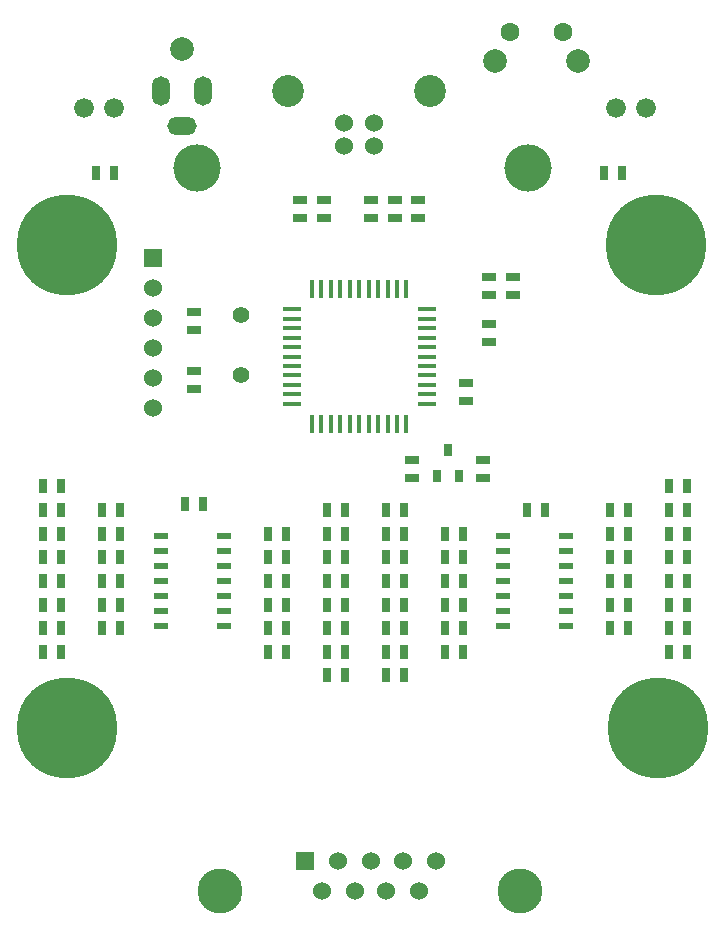
<source format=gts>
G04 (created by PCBNEW (2013-07-07 BZR 4022)-stable) date 2016-03-28 오후 2:58:30*
%MOIN*%
G04 Gerber Fmt 3.4, Leading zero omitted, Abs format*
%FSLAX34Y34*%
G01*
G70*
G90*
G04 APERTURE LIST*
%ADD10C,0.00590551*%
%ADD11C,0.15748*%
%ADD12C,0.334646*%
%ADD13R,0.06X0.016*%
%ADD14R,0.016X0.06*%
%ADD15C,0.06*%
%ADD16C,0.1063*%
%ADD17R,0.045X0.025*%
%ADD18R,0.06X0.06*%
%ADD19C,0.066*%
%ADD20C,0.056*%
%ADD21C,0.15*%
%ADD22R,0.045X0.02*%
%ADD23R,0.025X0.045*%
%ADD24C,0.0787402*%
%ADD25C,0.0629921*%
%ADD26R,0.0315X0.0394*%
%ADD27O,0.0590551X0.0984252*%
%ADD28O,0.0984252X0.0590551*%
G04 APERTURE END LIST*
G54D10*
G54D11*
X56811Y-12992D03*
G54D12*
X61141Y-31673D03*
X41456Y-31673D03*
G54D13*
X53431Y-19291D03*
X53431Y-18976D03*
X53431Y-18661D03*
X53431Y-18346D03*
X53431Y-18031D03*
X53431Y-17716D03*
X53431Y-19606D03*
X53431Y-19921D03*
X53431Y-20236D03*
X53431Y-20551D03*
X53431Y-20866D03*
X48931Y-19291D03*
X48931Y-18976D03*
X48931Y-18661D03*
X48931Y-18346D03*
X48931Y-18031D03*
X48931Y-17716D03*
X48931Y-19606D03*
X48931Y-19921D03*
X48931Y-20236D03*
X48931Y-20551D03*
X48931Y-20866D03*
G54D14*
X51181Y-17041D03*
X51181Y-21541D03*
X50866Y-17041D03*
X50866Y-21541D03*
X50551Y-21541D03*
X50551Y-17041D03*
X50236Y-17041D03*
X50236Y-21541D03*
X49921Y-21541D03*
X49921Y-17041D03*
X49606Y-17041D03*
X49606Y-21541D03*
X51496Y-21541D03*
X51496Y-17041D03*
X51811Y-17041D03*
X51811Y-21541D03*
X52126Y-21541D03*
X52126Y-17041D03*
X52441Y-17041D03*
X52441Y-21541D03*
X52756Y-21541D03*
X52756Y-17041D03*
G54D15*
X50681Y-12283D03*
X51681Y-12283D03*
X51681Y-11496D03*
X50681Y-11496D03*
G54D16*
X48819Y-10433D03*
X53543Y-10433D03*
G54D17*
X56299Y-17229D03*
X56299Y-16629D03*
G54D18*
X44291Y-16003D03*
G54D15*
X44291Y-17003D03*
X44291Y-18003D03*
X44291Y-19003D03*
X44291Y-20003D03*
X44291Y-21003D03*
G54D19*
X59736Y-11023D03*
X60736Y-11023D03*
X42019Y-11023D03*
X43019Y-11023D03*
G54D20*
X47244Y-17897D03*
X47244Y-19897D03*
G54D21*
X46524Y-37114D03*
X56524Y-37114D03*
G54D18*
X49374Y-36114D03*
G54D15*
X50474Y-36114D03*
X51574Y-36114D03*
X52624Y-36114D03*
X53724Y-36114D03*
X53174Y-37114D03*
X52074Y-37114D03*
X51024Y-37114D03*
X49924Y-37114D03*
G54D22*
X55986Y-25271D03*
X55986Y-25771D03*
X55986Y-26271D03*
X55986Y-26771D03*
X55986Y-27271D03*
X55986Y-27771D03*
X55986Y-28271D03*
X58086Y-28271D03*
X58086Y-27771D03*
X58086Y-27271D03*
X58086Y-26771D03*
X58086Y-26271D03*
X58086Y-25771D03*
X58086Y-25271D03*
G54D23*
X41244Y-25196D03*
X40644Y-25196D03*
X48725Y-27559D03*
X48125Y-27559D03*
X54030Y-25196D03*
X54630Y-25196D03*
X54030Y-26771D03*
X54630Y-26771D03*
X48725Y-25196D03*
X48125Y-25196D03*
X42613Y-25196D03*
X43213Y-25196D03*
X60142Y-25984D03*
X59542Y-25984D03*
X42613Y-27559D03*
X43213Y-27559D03*
X60142Y-27559D03*
X59542Y-27559D03*
X60142Y-24409D03*
X59542Y-24409D03*
G54D17*
X53149Y-14070D03*
X53149Y-14670D03*
G54D23*
X42613Y-26771D03*
X43213Y-26771D03*
G54D17*
X52362Y-14070D03*
X52362Y-14670D03*
G54D23*
X59945Y-13188D03*
X59345Y-13188D03*
X54030Y-25984D03*
X54630Y-25984D03*
X48725Y-29133D03*
X48125Y-29133D03*
X52662Y-28346D03*
X52062Y-28346D03*
X52662Y-29921D03*
X52062Y-29921D03*
X54030Y-27559D03*
X54630Y-27559D03*
X48725Y-28346D03*
X48125Y-28346D03*
X61511Y-23622D03*
X62111Y-23622D03*
X61511Y-25196D03*
X62111Y-25196D03*
X41244Y-23622D03*
X40644Y-23622D03*
X52662Y-25984D03*
X52062Y-25984D03*
X41244Y-27559D03*
X40644Y-27559D03*
X43016Y-13188D03*
X42416Y-13188D03*
X42613Y-25984D03*
X43213Y-25984D03*
G54D17*
X55314Y-22731D03*
X55314Y-23331D03*
G54D23*
X61511Y-27559D03*
X62111Y-27559D03*
X54030Y-29133D03*
X54630Y-29133D03*
X48725Y-25984D03*
X48125Y-25984D03*
X60142Y-25196D03*
X59542Y-25196D03*
X50093Y-24409D03*
X50693Y-24409D03*
X42613Y-28346D03*
X43213Y-28346D03*
X42613Y-24409D03*
X43213Y-24409D03*
X50093Y-29921D03*
X50693Y-29921D03*
X50093Y-28346D03*
X50693Y-28346D03*
X41244Y-29133D03*
X40644Y-29133D03*
X48725Y-26771D03*
X48125Y-26771D03*
X52662Y-24409D03*
X52062Y-24409D03*
G54D17*
X49212Y-14070D03*
X49212Y-14670D03*
G54D23*
X50093Y-25984D03*
X50693Y-25984D03*
X61511Y-29133D03*
X62111Y-29133D03*
X60142Y-26771D03*
X59542Y-26771D03*
X60142Y-28346D03*
X59542Y-28346D03*
X54030Y-28346D03*
X54630Y-28346D03*
X50093Y-29133D03*
X50693Y-29133D03*
G54D17*
X45669Y-20378D03*
X45669Y-19778D03*
G54D23*
X45369Y-24212D03*
X45969Y-24212D03*
X41244Y-28346D03*
X40644Y-28346D03*
G54D17*
X50000Y-14670D03*
X50000Y-14070D03*
X55511Y-16629D03*
X55511Y-17229D03*
X54724Y-20772D03*
X54724Y-20172D03*
X55511Y-18803D03*
X55511Y-18203D03*
G54D23*
X52662Y-25196D03*
X52062Y-25196D03*
X40644Y-25984D03*
X41244Y-25984D03*
G54D17*
X51574Y-14070D03*
X51574Y-14670D03*
G54D23*
X50693Y-27559D03*
X50093Y-27559D03*
X52662Y-29133D03*
X52062Y-29133D03*
X50093Y-25196D03*
X50693Y-25196D03*
X40644Y-26771D03*
X41244Y-26771D03*
G54D17*
X45669Y-18410D03*
X45669Y-17810D03*
G54D23*
X41244Y-24409D03*
X40644Y-24409D03*
X56786Y-24409D03*
X57386Y-24409D03*
X52062Y-26771D03*
X52662Y-26771D03*
X52062Y-27559D03*
X52662Y-27559D03*
G54D17*
X52952Y-23331D03*
X52952Y-22731D03*
G54D23*
X50693Y-26771D03*
X50093Y-26771D03*
G54D24*
X58464Y-9448D03*
X55708Y-9448D03*
G54D25*
X57972Y-8464D03*
X56200Y-8464D03*
G54D26*
X54133Y-22401D03*
X54508Y-23267D03*
X53758Y-23267D03*
G54D23*
X61511Y-28346D03*
X62111Y-28346D03*
X62111Y-26771D03*
X61511Y-26771D03*
X61511Y-24409D03*
X62111Y-24409D03*
X62111Y-25984D03*
X61511Y-25984D03*
G54D22*
X44569Y-25271D03*
X44569Y-25771D03*
X44569Y-26271D03*
X44569Y-26771D03*
X44569Y-27271D03*
X44569Y-27771D03*
X44569Y-28271D03*
X46669Y-28271D03*
X46669Y-27771D03*
X46669Y-27271D03*
X46669Y-26771D03*
X46669Y-26271D03*
X46669Y-25771D03*
X46669Y-25271D03*
G54D27*
X45964Y-10433D03*
X44586Y-10433D03*
G54D28*
X45275Y-11614D03*
G54D24*
X45275Y-9055D03*
G54D12*
X41456Y-15570D03*
X61062Y-15590D03*
G54D11*
X45787Y-12992D03*
M02*

</source>
